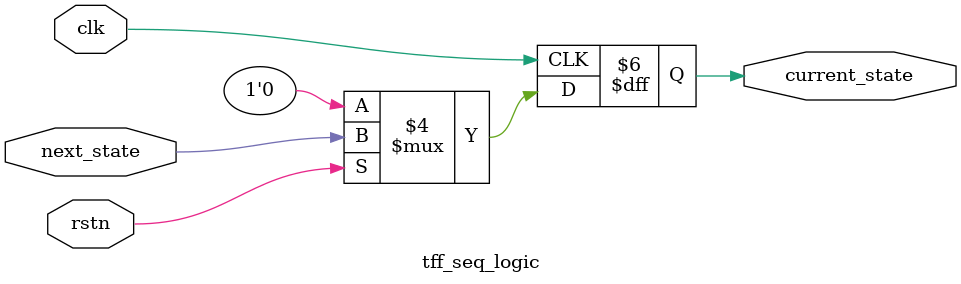
<source format=sv>
module tff_pulse (
    input  wire clk,   // Clock input
    input  wire rstn,  // Active-low reset
    input  wire t,     // Toggle control
    output wire q      // Output state
);

    // Internal signals
    wire toggle_enable;
    wire next_state;
    wire current_state;

    // Combinational logic partition
    tff_comb_logic u_comb_logic (
        .t(t),
        .current_state(current_state),
        .toggle_enable(toggle_enable),
        .next_state(next_state)
    );

    // Sequential logic partition
    tff_seq_logic u_seq_logic (
        .clk(clk),
        .rstn(rstn),
        .next_state(next_state),
        .current_state(current_state)
    );

    // Output assignment
    assign q = current_state;

endmodule

// Combined combinational logic module
module tff_comb_logic (
    input  wire t,
    input  wire current_state,
    output wire toggle_enable,
    output wire next_state
);
    
    // Toggle detection logic
    assign toggle_enable = t;
    
    // Next state determination logic
    assign next_state = toggle_enable ? ~current_state : current_state;

endmodule

// Sequential logic module
module tff_seq_logic (
    input  wire clk,
    input  wire rstn,
    input  wire next_state,
    output reg  current_state
);
    
    // State register with synchronous reset
    always @(posedge clk) begin
        if (!rstn)
            current_state <= 1'b0;
        else
            current_state <= next_state;
    end

endmodule
</source>
